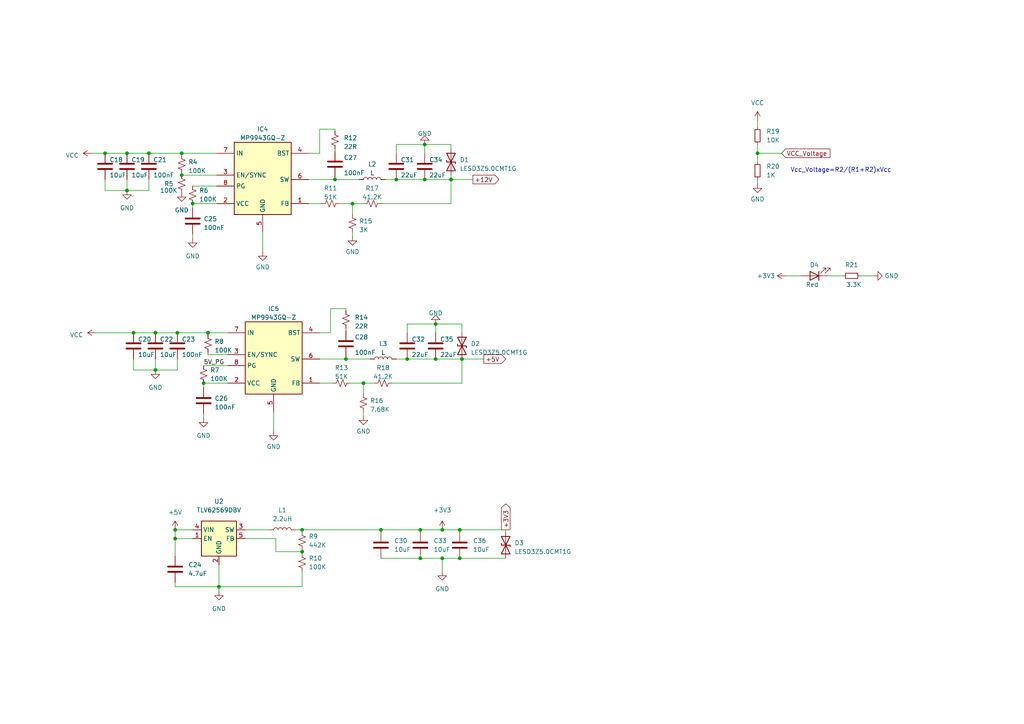
<source format=kicad_sch>
(kicad_sch (version 20231120) (generator "eeschema") (generator_version "8.0")
  (paper "A4")
  (lib_symbols
    (symbol "Device:C" (pin_numbers hide) (pin_names (offset 0.254))
      (property "Reference" "C" (at 0.635 2.54 0))
      (property "Value" "C" (at 0.635 -2.54 0))
      (symbol "C_0_1"
        (polyline (pts (xy -2.032 -0.762) (xy 2.032 -0.762)) (stroke (width 0.508)))
        (polyline (pts (xy -2.032 0.762) (xy 2.032 0.762)) (stroke (width 0.508)))
      )
      (symbol "C_1_1"
        (pin passive line (at 0 3.81 270) (length 2.794) (name "~") (number "1"))
        (pin passive line (at 0 -3.81 90) (length 2.794) (name "~") (number "2"))
      )
    )
    (symbol "Device:D_TVS" (pin_numbers hide) (pin_names (offset 1.016) hide)
      (property "Reference" "D" (at 0 2.54 0))
      (property "Value" "D_TVS" (at 0 -2.54 0))
      (symbol "D_TVS_0_1"
        (polyline (pts (xy 1.27 0) (xy -1.27 0)))
        (polyline (pts (xy 0.508 1.27) (xy 0 1.27) (xy 0 -1.27) (xy -0.508 -1.27)) (stroke (width 0.254)))
        (polyline (pts (xy -2.54 1.27) (xy -2.54 -1.27) (xy 2.54 1.27) (xy 2.54 -1.27) (xy -2.54 1.27)) (stroke (width 0.254)))
      )
      (symbol "D_TVS_1_1"
        (pin passive line (at -3.81 0 0) (length 2.54) (name "A1") (number "1"))
        (pin passive line (at 3.81 0 180) (length 2.54) (name "A2") (number "2"))
      )
    )
    (symbol "Device:L" (pin_numbers hide) (pin_names (offset 1.016) hide)
      (property "Reference" "L" (at -1.27 0 90))
      (property "Value" "L" (at 1.905 0 90))
      (symbol "L_0_1"
        (arc (start 0 -2.54) (mid 0.6323 -1.905) (end 0 -1.27))
        (arc (start 0 -1.27) (mid 0.6323 -0.635) (end 0 0))
        (arc (start 0 0) (mid 0.6323 0.635) (end 0 1.27))
        (arc (start 0 1.27) (mid 0.6323 1.905) (end 0 2.54))
      )
      (symbol "L_1_1"
        (pin passive line (at 0 3.81 270) (length 1.27) (name "1") (number "1"))
        (pin passive line (at 0 -3.81 90) (length 1.27) (name "2") (number "2"))
      )
    )
    (symbol "Device:LED" (pin_numbers hide) (pin_names (offset 1.016) hide)
      (property "Reference" "D" (at 0 2.54 0))
      (property "Value" "LED" (at 0 -2.54 0))
      (symbol "LED_0_1"
        (polyline (pts (xy -1.27 -1.27) (xy -1.27 1.27)) (stroke (width 0.254)))
        (polyline (pts (xy -1.27 0) (xy 1.27 0)))
        (polyline (pts (xy 1.27 -1.27) (xy 1.27 1.27) (xy -1.27 0) (xy 1.27 -1.27)) (stroke (width 0.254)))
        (polyline (pts (xy -3.048 -0.762) (xy -4.572 -2.286) (xy -3.81 -2.286) (xy -4.572 -2.286) (xy -4.572 -1.524)))
        (polyline (pts (xy -1.778 -0.762) (xy -3.302 -2.286) (xy -2.54 -2.286) (xy -3.302 -2.286) (xy -3.302 -1.524)))
      )
      (symbol "LED_1_1"
        (pin passive line (at -3.81 0 0) (length 2.54) (name "K") (number "1"))
        (pin passive line (at 3.81 0 180) (length 2.54) (name "A") (number "2"))
      )
    )
    (symbol "Device:R_Small" (pin_numbers hide) (pin_names (offset 0.254) hide)
      (property "Reference" "R" (at 0.762 0.508 0))
      (property "Value" "R_Small" (at 0.762 -1.016 0))
      (symbol "R_Small_0_1"
        (rectangle (start -0.762 1.778) (end 0.762 -1.778) (stroke (width 0.2032)))
      )
      (symbol "R_Small_1_1"
        (pin passive line (at 0 2.54 270) (length 0.762) (name "~") (number "1"))
        (pin passive line (at 0 -2.54 90) (length 0.762) (name "~") (number "2"))
      )
    )
    (symbol "Device:R_Small_US" (pin_numbers hide) (pin_names (offset 0.254) hide)
      (property "Reference" "R" (at 0.762 0.508 0))
      (property "Value" "R_Small_US" (at 0.762 -1.016 0))
      (symbol "R_Small_US_1_1"
        (polyline (pts (xy 0 0) (xy 1.016 -0.381) (xy 0 -0.762) (xy -1.016 -1.143) (xy 0 -1.524)))
        (polyline (pts (xy 0 1.524) (xy 1.016 1.143) (xy 0 0.762) (xy -1.016 0.381) (xy 0 0)))
        (pin passive line (at 0 2.54 270) (length 1.016) (name "~") (number "1"))
        (pin passive line (at 0 -2.54 90) (length 1.016) (name "~") (number "2"))
      )
    )
    (symbol "PCM_4ms_Power-symbol:GND" (power) (pin_names (offset 0))
      (property "Value" "GND" (at 0 -3.81 0))
      (symbol "GND_0_1"
        (polyline (pts (xy 0 0) (xy 0 -1.27) (xy 1.27 -1.27) (xy 0 -2.54) (xy -1.27 -1.27) (xy 0 -1.27)))
      )
      (symbol "GND_1_1"
        (pin power_in line (at 0 0 270) (length 0) hide (name "GND") (number "1"))
      )
    )
    (symbol "Power_System:MP9943GQ-Z"
      (property "Reference" "IC" (at 26.67 7.62 0))
      (property "Value" "MP9943GQ-Z" (at 26.67 5.08 0))
      (symbol "MP9943GQ-Z_1_1"
        (rectangle (start 5.08 2.54) (end 21.59 -18.415) (stroke (width 0.254)) (fill (type background)))
        (pin passive line (at 26.67 -15.24 180) (length 5.08) (name "FB") (number "1"))
        (pin passive line (at 0 -15.24 0) (length 5.08) (name "VCC") (number "2"))
        (pin passive line (at 0 -6.985 0) (length 5.08) (name "EN/SYNC") (number "3"))
        (pin passive line (at 26.67 -0.635 180) (length 5.08) (name "BST") (number "4"))
        (pin passive line (at 13.335 -23.495 90) (length 5.08) (name "GND") (number "5"))
        (pin passive line (at 26.67 -8.255 180) (length 5.08) (name "SW") (number "6"))
        (pin passive line (at 0 -0.635 0) (length 5.08) (name "IN") (number "7"))
        (pin passive line (at 0 -10.16 0) (length 5.08) (name "PG") (number "8"))
      )
    )
    (symbol "Regulator_Switching:TLV62569DBV"
      (property "Reference" "U" (at -5.08 6.35 0))
      (property "Value" "TLV62569DBV" (at 0 6.35 0))
      (symbol "TLV62569DBV_0_1"
        (rectangle (start -5.08 5.08) (end 5.08 -5.08) (stroke (width 0.254)) (fill (type background)))
      )
      (symbol "TLV62569DBV_1_1"
        (pin input line (at -7.62 0 0) (length 2.54) (name "EN") (number "1"))
        (pin power_in line (at 0 -7.62 90) (length 2.54) (name "GND") (number "2"))
        (pin power_out line (at 7.62 2.54 180) (length 2.54) (name "SW") (number "3"))
        (pin power_in line (at -7.62 2.54 0) (length 2.54) (name "VIN") (number "4"))
        (pin input line (at 7.62 0 180) (length 2.54) (name "FB") (number "5"))
      )
    )
    (symbol "VCC_2" (power) (pin_names (offset 0))
      (property "Value" "VCC_2" (at 0 3.81 0))
      (symbol "VCC_2_0_1"
        (polyline (pts (xy -0.762 1.27) (xy 0 2.54)))
        (polyline (pts (xy 0 0) (xy 0 2.54)))
        (polyline (pts (xy 0 2.54) (xy 0.762 1.27)))
      )
      (symbol "VCC_2_1_1"
        (pin power_in line (at 0 0 90) (length 0) hide (name "VCC") (number "1"))
      )
    )
    (symbol "power:+3V3" (power) (pin_names (offset 0))
      (property "Value" "+3V3" (at 0 3.556 0))
      (symbol "+3V3_0_1"
        (polyline (pts (xy -0.762 1.27) (xy 0 2.54)))
        (polyline (pts (xy 0 0) (xy 0 2.54)))
        (polyline (pts (xy 0 2.54) (xy 0.762 1.27)))
      )
      (symbol "+3V3_1_1"
        (pin power_in line (at 0 0 90) (length 0) hide (name "+3V3") (number "1"))
      )
    )
    (symbol "power:+5V" (power) (pin_names (offset 0))
      (property "Value" "+5V" (at 0 3.556 0))
      (symbol "+5V_0_1"
        (polyline (pts (xy -0.762 1.27) (xy 0 2.54)))
        (polyline (pts (xy 0 0) (xy 0 2.54)))
        (polyline (pts (xy 0 2.54) (xy 0.762 1.27)))
      )
      (symbol "+5V_1_1"
        (pin power_in line (at 0 0 90) (length 0) hide (name "+5V") (number "1"))
      )
    )
    (symbol "power:GND" (power) (pin_names (offset 0))
      (property "Value" "GND" (at 0 -3.81 0))
      (symbol "GND_0_1"
        (polyline (pts (xy 0 0) (xy 0 -1.27) (xy 1.27 -1.27) (xy 0 -2.54) (xy -1.27 -1.27) (xy 0 -1.27)))
      )
      (symbol "GND_1_1"
        (pin power_in line (at 0 0 270) (length 0) hide (name "GND") (number "1"))
      )
    )
    (symbol "power:VCC" (power) (pin_names (offset 0))
      (property "Value" "VCC" (at 0 3.81 0))
      (symbol "VCC_0_1"
        (polyline (pts (xy -0.762 1.27) (xy 0 2.54)))
        (polyline (pts (xy 0 0) (xy 0 2.54)))
        (polyline (pts (xy 0 2.54) (xy 0.762 1.27)))
      )
      (symbol "VCC_1_1"
        (pin power_in line (at 0 0 90) (length 0) hide (name "VCC") (number "1"))
      )
    )
  )
  (junction (at 50.8 153.67))
  (junction (at 110.49 153.67))
  (junction (at 55.88 59.055))
  (junction (at 128.27 161.925))
  (junction (at 118.11 104.14))
  (junction (at 128.27 153.67))
  (junction (at 130.81 52.07))
  (junction (at 97.155 52.07))
  (junction (at 59.055 111.125))
  (junction (at 50.8 156.21))
  (junction (at 121.92 153.67))
  (junction (at 87.63 160.02))
  (junction (at 30.48 44.45))
  (junction (at 114.935 52.07))
  (junction (at 52.705 44.45))
  (junction (at 123.19 52.07))
  (junction (at 45.085 96.52))
  (junction (at 126.365 104.14))
  (junction (at 123.19 41.91))
  (junction (at 219.71 44.45))
  (junction (at 63.5 170.18))
  (junction (at 36.83 44.45))
  (junction (at 52.705 50.8))
  (junction (at 87.63 153.67))
  (junction (at 133.985 104.14))
  (junction (at 43.18 44.45))
  (junction (at 45.085 107.315))
  (junction (at 51.435 96.52))
  (junction (at 102.235 59.055))
  (junction (at 105.41 111.125))
  (junction (at 126.365 93.98))
  (junction (at 60.325 96.52))
  (junction (at 36.83 55.245))
  (junction (at 100.33 104.14))
  (junction (at 133.35 161.925))
  (junction (at 133.35 153.67))
  (junction (at 121.92 161.925))
  (junction (at 38.735 96.52))
  (wire (pts (xy 30.48 52.07) (xy 30.48 55.245)))
  (wire (pts (xy 80.01 156.21) (xy 80.01 160.02)))
  (wire (pts (xy 123.19 41.91) (xy 123.19 44.45)))
  (wire (pts (xy 97.155 51.435) (xy 97.155 52.07)))
  (wire (pts (xy 92.71 96.52) (xy 95.885 96.52)))
  (wire (pts (xy 52.705 50.8) (xy 62.865 50.8)))
  (wire (pts (xy 95.885 89.535) (xy 100.33 89.535)))
  (wire (pts (xy 59.055 111.125) (xy 59.055 112.395)))
  (wire (pts (xy 85.725 153.67) (xy 87.63 153.67)))
  (wire (pts (xy 110.49 153.67) (xy 121.92 153.67)))
  (wire (pts (xy 133.985 104.14) (xy 126.365 104.14)))
  (wire (pts (xy 128.27 153.67) (xy 133.35 153.67)))
  (wire (pts (xy 133.985 93.98) (xy 126.365 93.98)))
  (wire (pts (xy 121.92 153.67) (xy 128.27 153.67)))
  (wire (pts (xy 76.2 67.31) (xy 76.2 73.025)))
  (wire (pts (xy 95.885 96.52) (xy 95.885 89.535)))
  (wire (pts (xy 60.325 102.235) (xy 60.325 102.87)))
  (wire (pts (xy 52.705 44.45) (xy 52.705 45.085)))
  (wire (pts (xy 50.8 156.21) (xy 50.8 161.29)))
  (wire (pts (xy 130.81 52.07) (xy 137.16 52.07)))
  (wire (pts (xy 100.33 103.505) (xy 100.33 104.14)))
  (wire (pts (xy 240.03 80.01) (xy 244.475 80.01)))
  (wire (pts (xy 97.155 43.18) (xy 97.155 43.815)))
  (wire (pts (xy 63.5 170.18) (xy 87.63 170.18)))
  (wire (pts (xy 89.535 59.055) (xy 93.345 59.055)))
  (wire (pts (xy 43.18 44.45) (xy 52.705 44.45)))
  (wire (pts (xy 45.085 107.315) (xy 51.435 107.315)))
  (wire (pts (xy 27.94 96.52) (xy 38.735 96.52)))
  (wire (pts (xy 51.435 96.52) (xy 60.325 96.52)))
  (wire (pts (xy 59.055 106.045) (xy 66.04 106.045)))
  (wire (pts (xy 92.71 111.125) (xy 96.52 111.125)))
  (wire (pts (xy 133.35 153.67) (xy 146.685 153.67)))
  (wire (pts (xy 118.11 104.14) (xy 114.935 104.14)))
  (wire (pts (xy 45.085 96.52) (xy 51.435 96.52)))
  (wire (pts (xy 104.14 52.07) (xy 97.155 52.07)))
  (wire (pts (xy 92.71 37.465) (xy 97.155 37.465)))
  (wire (pts (xy 126.365 104.14) (xy 118.11 104.14)))
  (wire (pts (xy 227.965 80.01) (xy 232.41 80.01)))
  (wire (pts (xy 43.18 52.07) (xy 43.18 55.245)))
  (wire (pts (xy 36.83 44.45) (xy 43.18 44.45)))
  (wire (pts (xy 133.985 96.52) (xy 133.985 93.98)))
  (wire (pts (xy 126.365 93.98) (xy 126.365 96.52)))
  (wire (pts (xy 110.49 59.055) (xy 130.81 59.055)))
  (wire (pts (xy 130.81 50.8) (xy 130.81 52.07)))
  (wire (pts (xy 36.83 52.07) (xy 36.83 55.245)))
  (wire (pts (xy 121.92 161.925) (xy 128.27 161.925)))
  (wire (pts (xy 107.315 104.14) (xy 100.33 104.14)))
  (wire (pts (xy 130.81 52.07) (xy 123.19 52.07)))
  (wire (pts (xy 60.325 96.52) (xy 66.04 96.52)))
  (wire (pts (xy 87.63 170.18) (xy 87.63 165.735)))
  (wire (pts (xy 101.6 111.125) (xy 105.41 111.125)))
  (wire (pts (xy 97.155 37.465) (xy 97.155 38.1)))
  (wire (pts (xy 133.985 111.125) (xy 133.985 104.14)))
  (wire (pts (xy 71.12 156.21) (xy 80.01 156.21)))
  (wire (pts (xy 52.705 44.45) (xy 62.865 44.45)))
  (wire (pts (xy 130.81 59.055) (xy 130.81 52.07)))
  (wire (pts (xy 123.19 52.07) (xy 114.935 52.07)))
  (wire (pts (xy 102.235 59.055) (xy 102.235 62.23)))
  (wire (pts (xy 146.685 153.67) (xy 146.685 154.305)))
  (wire (pts (xy 128.27 161.925) (xy 133.35 161.925)))
  (wire (pts (xy 59.055 121.285) (xy 59.055 120.015)))
  (wire (pts (xy 87.63 160.02) (xy 87.63 160.655)))
  (wire (pts (xy 50.8 156.21) (xy 55.88 156.21)))
  (wire (pts (xy 92.71 44.45) (xy 92.71 37.465)))
  (wire (pts (xy 105.41 111.125) (xy 105.41 114.3)))
  (wire (pts (xy 249.555 80.01) (xy 253.365 80.01)))
  (wire (pts (xy 133.35 153.67) (xy 133.35 154.305)))
  (wire (pts (xy 60.325 96.52) (xy 60.325 97.155)))
  (wire (pts (xy 30.48 55.245) (xy 36.83 55.245)))
  (wire (pts (xy 60.325 102.87) (xy 66.04 102.87)))
  (wire (pts (xy 80.01 160.02) (xy 87.63 160.02)))
  (wire (pts (xy 110.49 161.925) (xy 121.92 161.925)))
  (wire (pts (xy 114.935 52.07) (xy 111.76 52.07)))
  (wire (pts (xy 100.33 95.25) (xy 100.33 95.885)))
  (wire (pts (xy 123.19 41.91) (xy 130.81 41.91)))
  (wire (pts (xy 102.235 59.055) (xy 105.41 59.055)))
  (wire (pts (xy 98.425 59.055) (xy 102.235 59.055)))
  (wire (pts (xy 219.71 44.45) (xy 219.71 46.99)))
  (wire (pts (xy 100.33 89.535) (xy 100.33 90.17)))
  (wire (pts (xy 50.8 170.18) (xy 63.5 170.18)))
  (wire (pts (xy 63.5 163.83) (xy 63.5 170.18)))
  (wire (pts (xy 87.63 153.67) (xy 87.63 154.305)))
  (wire (pts (xy 87.63 153.67) (xy 110.49 153.67)))
  (wire (pts (xy 89.535 44.45) (xy 92.71 44.45)))
  (wire (pts (xy 118.11 93.98) (xy 126.365 93.98)))
  (wire (pts (xy 87.63 159.385) (xy 87.63 160.02)))
  (wire (pts (xy 51.435 104.14) (xy 51.435 107.315)))
  (wire (pts (xy 114.935 44.45) (xy 114.935 41.91)))
  (wire (pts (xy 26.67 44.45) (xy 30.48 44.45)))
  (wire (pts (xy 38.735 96.52) (xy 45.085 96.52)))
  (wire (pts (xy 52.705 50.165) (xy 52.705 50.8)))
  (wire (pts (xy 38.735 107.315) (xy 45.085 107.315)))
  (wire (pts (xy 55.88 69.215) (xy 55.88 67.945)))
  (wire (pts (xy 59.055 111.125) (xy 66.04 111.125)))
  (wire (pts (xy 55.88 59.055) (xy 55.88 60.325)))
  (wire (pts (xy 114.935 41.91) (xy 123.19 41.91)))
  (wire (pts (xy 133.35 161.925) (xy 146.685 161.925)))
  (wire (pts (xy 50.8 168.91) (xy 50.8 170.18)))
  (wire (pts (xy 45.085 104.14) (xy 45.085 107.315)))
  (wire (pts (xy 219.71 41.91) (xy 219.71 44.45)))
  (wire (pts (xy 219.71 52.07) (xy 219.71 53.34)))
  (wire (pts (xy 71.12 153.67) (xy 78.105 153.67)))
  (wire (pts (xy 102.235 68.58) (xy 102.235 67.31)))
  (wire (pts (xy 219.71 34.925) (xy 219.71 36.83)))
  (wire (pts (xy 36.83 55.245) (xy 43.18 55.245)))
  (wire (pts (xy 92.71 104.14) (xy 100.33 104.14)))
  (wire (pts (xy 50.8 156.21) (xy 50.8 153.67)))
  (wire (pts (xy 113.665 111.125) (xy 133.985 111.125)))
  (wire (pts (xy 38.735 104.14) (xy 38.735 107.315)))
  (wire (pts (xy 219.71 44.45) (xy 226.695 44.45)))
  (wire (pts (xy 105.41 120.65) (xy 105.41 119.38)))
  (wire (pts (xy 55.88 59.055) (xy 62.865 59.055)))
  (wire (pts (xy 105.41 111.125) (xy 108.585 111.125)))
  (wire (pts (xy 50.8 153.67) (xy 55.88 153.67)))
  (wire (pts (xy 121.92 153.67) (xy 121.92 154.305)))
  (wire (pts (xy 79.375 119.38) (xy 79.375 125.095)))
  (wire (pts (xy 128.27 161.925) (xy 128.27 165.735)))
  (wire (pts (xy 55.88 53.975) (xy 62.865 53.975)))
  (wire (pts (xy 110.49 153.67) (xy 110.49 154.305)))
  (wire (pts (xy 133.985 104.14) (xy 140.335 104.14)))
  (wire (pts (xy 30.48 44.45) (xy 36.83 44.45)))
  (wire (pts (xy 63.5 171.45) (xy 63.5 170.18)))
  (wire (pts (xy 130.81 41.91) (xy 130.81 43.18)))
  (wire (pts (xy 118.11 96.52) (xy 118.11 93.98)))
  (wire (pts (xy 89.535 52.07) (xy 97.155 52.07)))
  (text "Vcc_Voltage=R2/(R1+R2)xVcc" (at 229.235 50.165 0) (effects (font (size 1.27 1.27)) (justify left bottom)))
  (label "5V_PG" (at 59.055 106.045 0))
  (global_label "+3V3" (shape output) (at 146.685 153.67 90) (property "Intersheetrefs" "${INTERSHEET_REFS}" (effects (hide yes))))
  (global_label "+12V" (shape output) (at 137.16 52.07 0) (property "Intersheetrefs" "${INTERSHEET_REFS}" (effects (hide yes))))
  (global_label "+5V" (shape output) (at 140.335 104.14 0) (property "Intersheetrefs" "${INTERSHEET_REFS}" (effects (hide yes))))
  (global_label "VCC_Voltage" (shape input) (at 226.695 44.45 0) (property "Intersheetrefs" "${INTERSHEET_REFS}" (effects (hide yes))))
  (symbol (lib_id "Device:C") (at 38.735 100.33 0) (unit 1)
    (property "Reference" "C20" (at 40.005 98.425 0) (effects (justify left)))
    (property "Value" "10uF" (at 40.005 102.87 0) (effects (justify left)))
    (property "Footprint" "Capacitor_SMD:C_0603_1608Metric" (effects (hide yes)))
  )
  (symbol (lib_id "Device:C") (at 123.19 48.26 0) (unit 1)
    (property "Reference" "C34" (at 124.46 46.355 0) (effects (justify left)))
    (property "Value" "22uF" (at 124.46 50.8 0) (effects (justify left)))
    (property "Footprint" "Capacitor_SMD:C_0805_2012Metric" (effects (hide yes)))
  )
  (symbol (lib_id "Device:LED") (at 236.22 80.01 180) (unit 1)
    (property "Reference" "D4" (at 236.22 76.835 0))
    (property "Value" "Red" (at 235.585 82.55 0))
    (property "Footprint" "LED_SMD:LED_0402_1005Metric" (effects (hide yes)))
  )
  (symbol (lib_id "Device:R_Small_US") (at 111.125 111.125 90) (unit 1)
    (property "Reference" "R18" (at 111.125 106.68 90))
    (property "Value" "41.2K" (at 111.125 109.22 90))
    (property "Footprint" "Resistor_SMD:R_0402_1005Metric" (effects (hide yes)))
  )
  (symbol (lib_id "PCM_4ms_Power-symbol:GND") (at 36.83 55.245 0) (unit 1)
    (property "Reference" "#PWR028" (effects (hide yes)))
    (property "Value" "GND" (at 36.83 60.325 0))
  )
  (symbol (lib_id "Device:R_Small_US") (at 102.235 64.77 0) (unit 1)
    (property "Reference" "R15" (at 104.14 64.135 0) (effects (justify left)))
    (property "Value" "3K" (at 104.14 66.675 0) (effects (justify left)))
    (property "Footprint" "Resistor_SMD:R_0402_1005Metric" (effects (hide yes)))
  )
  (symbol (lib_id "Device:C") (at 126.365 100.33 0) (unit 1)
    (property "Reference" "C35" (at 127.635 98.425 0) (effects (justify left)))
    (property "Value" "22uF" (at 127.635 102.87 0) (effects (justify left)))
    (property "Footprint" "Capacitor_SMD:C_0805_2012Metric" (effects (hide yes)))
  )
  (symbol (lib_id "Device:R_Small_US") (at 100.33 92.71 0) (unit 1)
    (property "Reference" "R14" (at 102.87 92.075 0) (effects (justify left)))
    (property "Value" "22R" (at 102.87 94.615 0) (effects (justify left)))
    (property "Footprint" "Resistor_SMD:R_0402_1005Metric" (effects (hide yes)))
  )
  (symbol (lib_id "Regulator_Switching:TLV62569DBV") (at 63.5 156.21 0) (unit 1)
    (property "Reference" "U2" (at 63.5 145.415 0))
    (property "Value" "TLV62569DBV" (at 63.5 147.955 0))
    (property "Footprint" "Package_TO_SOT_SMD:SOT-23-5" (effects (hide yes)))
    (property "Datasheet" "http://www.ti.com/lit/ds/symlink/tlv62569.pdf" (effects (hide yes)))
  )
  (symbol (lib_id "Device:C") (at 114.935 48.26 0) (unit 1)
    (property "Reference" "C31" (at 116.205 46.355 0) (effects (justify left)))
    (property "Value" "22uF" (at 116.205 50.8 0) (effects (justify left)))
    (property "Footprint" "Capacitor_SMD:C_0805_2012Metric" (effects (hide yes)))
  )
  (symbol (lib_id "PCM_4ms_Power-symbol:GND") (at 123.19 41.91 180) (unit 1)
    (property "Reference" "#PWR048" (effects (hide yes)))
    (property "Value" "GND" (at 123.19 38.735 0))
  )
  (symbol (lib_id "Device:R_Small_US") (at 99.06 111.125 90) (unit 1)
    (property "Reference" "R13" (at 99.06 106.68 90))
    (property "Value" "51K" (at 99.06 109.22 90))
    (property "Footprint" "Resistor_SMD:R_0402_1005Metric" (effects (hide yes)))
  )
  (symbol (lib_id "Device:R_Small_US") (at 105.41 116.84 0) (unit 1)
    (property "Reference" "R16" (at 107.315 116.205 0) (effects (justify left)))
    (property "Value" "7.68K" (at 107.315 118.745 0) (effects (justify left)))
    (property "Footprint" "Resistor_SMD:R_0402_1005Metric" (effects (hide yes)))
  )
  (symbol (lib_id "Device:R_Small") (at 219.71 39.37 0) (unit 1)
    (property "Reference" "R19" (at 222.25 38.0999 0) (effects (justify left)))
    (property "Value" "10K" (at 222.25 40.6399 0) (effects (justify left)))
    (property "Footprint" "Resistor_SMD:R_0402_1005Metric" (effects (hide yes)))
  )
  (symbol (lib_id "Power_System:MP9943GQ-Z") (at 62.865 43.815 0) (unit 1)
    (property "Reference" "IC4" (at 76.2 37.465 0))
    (property "Value" "MP9943GQ-Z" (at 76.2 40.005 0))
    (property "Footprint" "Power_System:MP9943GQZ" (effects (hide yes)))
    (property "Datasheet" "https://www.monolithicpower.com/jp/documentview/productdocument/index/version/2/document_type/Datasheet/lang/en/sku/MP9943/document_id/865/" (effects (hide yes)))
    (property "Height" "1" (effects (hide yes)))
    (property "Manufacturer_Name" "Monolithic Power Systems (MPS)" (effects (hide yes)))
    (property "Manufacturer_Part_Number" "MP9943GQ-Z" (effects (hide yes)))
    (property "Mouser Part Number" "946-MP9943GQ-Z" (effects (hide yes)))
    (property "Mouser Price/Stock" "https://www.mouser.co.uk/ProductDetail/Monolithic-Power-Systems-MPS/MP9943GQ-Z?qs=493kPxzlxfKVcyEndxwGRg%3D%3D" (effects (hide yes)))
  )
  (symbol (lib_name "VCC_2") (lib_id "power:VCC") (at 27.94 96.52 90) (unit 1)
    (property "Reference" "#PWR027" (effects (hide yes)))
    (property "Value" "VCC" (at 24.13 97.155 90) (effects (justify left)))
  )
  (symbol (lib_id "Device:R_Small_US") (at 55.88 56.515 0) (unit 1)
    (property "Reference" "R6" (at 57.785 55.245 0) (effects (justify left)))
    (property "Value" "100K" (at 57.785 57.785 0) (effects (justify left)))
    (property "Footprint" "Resistor_SMD:R_0402_1005Metric" (effects (hide yes)))
  )
  (symbol (lib_id "power:+3V3") (at 227.965 80.01 90) (unit 1)
    (property "Reference" "#PWR054" (effects (hide yes)))
    (property "Value" "+3V3" (at 224.79 80.01 90) (effects (justify left)))
  )
  (symbol (lib_id "Device:D_TVS") (at 130.81 46.99 90) (unit 1)
    (property "Reference" "D1" (at 133.35 46.355 90) (effects (justify right)))
    (property "Value" "LESD3Z5.0CMT1G" (at 133.35 48.895 90) (effects (justify right)))
    (property "Footprint" "Diode_SMD:D_SOD-323" (effects (hide yes)))
  )
  (symbol (lib_id "power:GND") (at 63.5 171.45 0) (unit 1)
    (property "Reference" "#PWR056" (effects (hide yes)))
    (property "Value" "GND" (at 63.5 176.53 0))
  )
  (symbol (lib_id "Device:R_Small_US") (at 52.705 47.625 0) (unit 1)
    (property "Reference" "R4" (at 54.61 46.99 0) (effects (justify left)))
    (property "Value" "100K" (at 54.61 49.53 0) (effects (justify left)))
    (property "Footprint" "Resistor_SMD:R_0402_1005Metric" (effects (hide yes)))
  )
  (symbol (lib_id "Device:C") (at 118.11 100.33 0) (unit 1)
    (property "Reference" "C32" (at 119.38 98.425 0) (effects (justify left)))
    (property "Value" "22uF" (at 119.38 102.87 0) (effects (justify left)))
    (property "Footprint" "Capacitor_SMD:C_0805_2012Metric" (effects (hide yes)))
  )
  (symbol (lib_id "Device:C") (at 97.155 47.625 0) (unit 1)
    (property "Reference" "C27" (at 99.695 45.72 0) (effects (justify left)))
    (property "Value" "100nF" (at 99.695 50.165 0) (effects (justify left)))
    (property "Footprint" "Capacitor_SMD:C_0402_1005Metric_Pad0.74x0.62mm_HandSolder" (effects (hide yes)))
  )
  (symbol (lib_id "power:GND") (at 219.71 53.34 0) (unit 1)
    (property "Reference" "#PWR053" (effects (hide yes)))
    (property "Value" "GND" (at 219.71 57.785 0))
  )
  (symbol (lib_id "PCM_4ms_Power-symbol:GND") (at 76.2 73.025 0) (unit 1)
    (property "Reference" "#PWR044" (effects (hide yes)))
    (property "Value" "GND" (at 76.2 77.47 0))
  )
  (symbol (lib_id "PCM_4ms_Power-symbol:GND") (at 105.41 120.65 0) (unit 1)
    (property "Reference" "#PWR047" (effects (hide yes)))
    (property "Value" "GND" (at 105.41 125.095 0))
  )
  (symbol (lib_id "Device:C") (at 50.8 165.1 0) (unit 1)
    (property "Reference" "C24" (at 54.61 163.8299 0) (effects (justify left)))
    (property "Value" "4.7uF" (at 54.61 166.3699 0) (effects (justify left)))
    (property "Footprint" "Capacitor_SMD:C_0402_1005Metric_Pad0.74x0.62mm_HandSolder" (effects (hide yes)))
  )
  (symbol (lib_id "PCM_4ms_Power-symbol:GND") (at 102.235 68.58 0) (unit 1)
    (property "Reference" "#PWR046" (effects (hide yes)))
    (property "Value" "GND" (at 102.235 73.025 0))
  )
  (symbol (lib_id "Device:R_Small_US") (at 87.63 163.195 0) (unit 1)
    (property "Reference" "R10" (at 89.535 161.9249 0) (effects (justify left)))
    (property "Value" "100K" (at 89.535 164.4649 0) (effects (justify left)))
    (property "Footprint" "Resistor_SMD:R_0402_1005Metric" (effects (hide yes)))
  )
  (symbol (lib_id "power:+3V3") (at 128.27 153.67 0) (unit 1)
    (property "Reference" "#PWR050" (effects (hide yes)))
    (property "Value" "+3V3" (at 128.27 147.955 0))
  )
  (symbol (lib_id "Device:C") (at 30.48 48.26 0) (unit 1)
    (property "Reference" "C18" (at 31.75 46.355 0) (effects (justify left)))
    (property "Value" "10uF" (at 31.75 50.8 0) (effects (justify left)))
    (property "Footprint" "Capacitor_SMD:C_0603_1608Metric" (effects (hide yes)))
  )
  (symbol (lib_id "Device:R_Small_US") (at 97.155 40.64 0) (unit 1)
    (property "Reference" "R12" (at 99.695 40.005 0) (effects (justify left)))
    (property "Value" "22R" (at 99.695 42.545 0) (effects (justify left)))
    (property "Footprint" "Resistor_SMD:R_0402_1005Metric" (effects (hide yes)))
  )
  (symbol (lib_id "Device:C") (at 100.33 99.695 0) (unit 1)
    (property "Reference" "C28" (at 102.87 97.79 0) (effects (justify left)))
    (property "Value" "100nF" (at 102.87 102.235 0) (effects (justify left)))
    (property "Footprint" "Capacitor_SMD:C_0402_1005Metric_Pad0.74x0.62mm_HandSolder" (effects (hide yes)))
  )
  (symbol (lib_id "Device:L") (at 111.125 104.14 90) (unit 1)
    (property "Reference" "L3" (at 111.125 99.695 90))
    (property "Value" "L" (at 111.125 102.235 90))
    (property "Footprint" "Inductor_SMD:L_Sunlord_MWSA0402S" (effects (hide yes)))
  )
  (symbol (lib_id "Device:R_Small_US") (at 95.885 59.055 90) (unit 1)
    (property "Reference" "R11" (at 95.885 54.61 90))
    (property "Value" "51K" (at 95.885 57.15 90))
    (property "Footprint" "Resistor_SMD:R_0402_1005Metric" (effects (hide yes)))
  )
  (symbol (lib_id "power:+5V") (at 50.8 153.67 0) (unit 1)
    (property "Reference" "#PWR039" (effects (hide yes)))
    (property "Value" "+5V" (at 50.8 148.59 0))
  )
  (symbol (lib_id "Device:R_Small_US") (at 52.705 53.34 0) (unit 1)
    (property "Reference" "R5" (at 47.625 53.34 0) (effects (justify left)))
    (property "Value" "100K" (at 46.355 55.245 0) (effects (justify left)))
    (property "Footprint" "Resistor_SMD:R_0402_1005Metric" (effects (hide yes)))
  )
  (symbol (lib_id "PCM_4ms_Power-symbol:GND") (at 45.085 107.315 0) (unit 1)
    (property "Reference" "#PWR038" (effects (hide yes)))
    (property "Value" "GND" (at 45.085 112.395 0))
  )
  (symbol (lib_id "Device:R_Small_US") (at 107.95 59.055 90) (unit 1)
    (property "Reference" "R17" (at 107.95 54.61 90))
    (property "Value" "41.2K" (at 107.95 57.15 90))
    (property "Footprint" "Resistor_SMD:R_0402_1005Metric" (effects (hide yes)))
  )
  (symbol (lib_id "Power_System:MP9943GQ-Z") (at 66.04 95.885 0) (unit 1)
    (property "Reference" "IC5" (at 79.375 89.535 0))
    (property "Value" "MP9943GQ-Z" (at 79.375 92.075 0))
    (property "Footprint" "Power_System:MP9943GQZ" (effects (hide yes)))
    (property "Datasheet" "https://www.monolithicpower.com/jp/documentview/productdocument/index/version/2/document_type/Datasheet/lang/en/sku/MP9943/document_id/865/" (effects (hide yes)))
    (property "Height" "1" (effects (hide yes)))
    (property "Manufacturer_Name" "Monolithic Power Systems (MPS)" (effects (hide yes)))
    (property "Manufacturer_Part_Number" "MP9943GQ-Z" (effects (hide yes)))
    (property "Mouser Part Number" "946-MP9943GQ-Z" (effects (hide yes)))
    (property "Mouser Price/Stock" "https://www.mouser.co.uk/ProductDetail/Monolithic-Power-Systems-MPS/MP9943GQ-Z?qs=493kPxzlxfKVcyEndxwGRg%3D%3D" (effects (hide yes)))
  )
  (symbol (lib_id "PCM_4ms_Power-symbol:GND") (at 52.705 55.88 0) (unit 1)
    (property "Reference" "#PWR040" (effects (hide yes)))
    (property "Value" "GND" (at 52.705 60.96 0))
  )
  (symbol (lib_name "VCC_2") (lib_id "power:VCC") (at 26.67 44.45 90) (unit 1)
    (property "Reference" "#PWR026" (effects (hide yes)))
    (property "Value" "VCC" (at 22.86 45.085 90) (effects (justify left)))
  )
  (symbol (lib_id "Device:R_Small_US") (at 59.055 108.585 0) (unit 1)
    (property "Reference" "R7" (at 60.96 107.315 0) (effects (justify left)))
    (property "Value" "100K" (at 60.96 109.855 0) (effects (justify left)))
    (property "Footprint" "Resistor_SMD:R_0402_1005Metric" (effects (hide yes)))
  )
  (symbol (lib_id "Device:C") (at 43.18 48.26 0) (unit 1)
    (property "Reference" "C21" (at 44.45 46.355 0) (effects (justify left)))
    (property "Value" "100nF" (at 44.45 50.8 0) (effects (justify left)))
    (property "Footprint" "Capacitor_SMD:C_0402_1005Metric" (effects (hide yes)))
  )
  (symbol (lib_id "power:VCC") (at 219.71 34.925 0) (unit 1)
    (property "Reference" "#PWR052" (effects (hide yes)))
    (property "Value" "VCC" (at 219.71 29.845 0))
  )
  (symbol (lib_id "Device:L") (at 107.95 52.07 90) (unit 1)
    (property "Reference" "L2" (at 107.95 47.625 90))
    (property "Value" "L" (at 107.95 50.165 90))
    (property "Footprint" "Inductor_SMD:L_Sunlord_MWSA0402S" (effects (hide yes)))
  )
  (symbol (lib_id "Device:D_TVS") (at 133.985 100.33 90) (unit 1)
    (property "Reference" "D2" (at 136.525 99.695 90) (effects (justify right)))
    (property "Value" "LESD3Z5.0CMT1G" (at 136.525 102.235 90) (effects (justify right)))
    (property "Footprint" "Diode_SMD:D_SOD-323" (effects (hide yes)))
  )
  (symbol (lib_id "PCM_4ms_Power-symbol:GND") (at 79.375 125.095 0) (unit 1)
    (property "Reference" "#PWR045" (effects (hide yes)))
    (property "Value" "GND" (at 79.375 129.54 0))
  )
  (symbol (lib_id "Device:R_Small") (at 247.015 80.01 90) (unit 1)
    (property "Reference" "R21" (at 247.015 76.835 90))
    (property "Value" "3.3K" (at 247.65 82.55 90))
    (property "Footprint" "Resistor_SMD:R_0402_1005Metric" (effects (hide yes)))
  )
  (symbol (lib_id "Device:R_Small_US") (at 87.63 156.845 0) (unit 1)
    (property "Reference" "R9" (at 89.535 155.5749 0) (effects (justify left)))
    (property "Value" "442K" (at 89.535 158.1149 0) (effects (justify left)))
    (property "Footprint" "Resistor_SMD:R_0402_1005Metric" (effects (hide yes)))
  )
  (symbol (lib_id "Device:C") (at 55.88 64.135 0) (unit 1)
    (property "Reference" "C25" (at 59.055 63.5 0) (effects (justify left)))
    (property "Value" "100nF" (at 59.055 66.04 0) (effects (justify left)))
    (property "Footprint" "Capacitor_SMD:C_0402_1005Metric" (effects (hide yes)))
  )
  (symbol (lib_id "PCM_4ms_Power-symbol:GND") (at 126.365 93.98 180) (unit 1)
    (property "Reference" "#PWR049" (effects (hide yes)))
    (property "Value" "GND" (at 126.365 90.805 0))
  )
  (symbol (lib_id "Device:C") (at 45.085 100.33 0) (unit 1)
    (property "Reference" "C22" (at 46.355 98.425 0) (effects (justify left)))
    (property "Value" "10uF" (at 46.355 102.87 0) (effects (justify left)))
    (property "Footprint" "Capacitor_SMD:C_0603_1608Metric" (effects (hide yes)))
  )
  (symbol (lib_id "Device:D_TVS") (at 146.685 158.115 90) (unit 1)
    (property "Reference" "D3" (at 149.225 157.48 90) (effects (justify right)))
    (property "Value" "LESD3Z5.0CMT1G" (at 149.225 160.02 90) (effects (justify right)))
    (property "Footprint" "Diode_SMD:D_SOD-323" (effects (hide yes)))
  )
  (symbol (lib_id "Device:C") (at 121.92 158.115 0) (unit 1)
    (property "Reference" "C33" (at 125.73 156.8449 0) (effects (justify left)))
    (property "Value" "10uF" (at 125.73 159.3849 0) (effects (justify left)))
    (property "Footprint" "Capacitor_SMD:C_0402_1005Metric_Pad0.74x0.62mm_HandSolder" (effects (hide yes)))
  )
  (symbol (lib_id "PCM_4ms_Power-symbol:GND") (at 55.88 69.215 0) (unit 1)
    (property "Reference" "#PWR041" (effects (hide yes)))
    (property "Value" "GND" (at 55.88 74.295 0))
  )
  (symbol (lib_id "Device:C") (at 133.35 158.115 0) (unit 1)
    (property "Reference" "C36" (at 137.16 156.8449 0) (effects (justify left)))
    (property "Value" "10uF" (at 137.16 159.3849 0) (effects (justify left)))
    (property "Footprint" "Capacitor_SMD:C_0402_1005Metric_Pad0.74x0.62mm_HandSolder" (effects (hide yes)))
  )
  (symbol (lib_id "Device:C") (at 51.435 100.33 0) (unit 1)
    (property "Reference" "C23" (at 52.705 98.425 0) (effects (justify left)))
    (property "Value" "100nF" (at 52.705 102.87 0) (effects (justify left)))
    (property "Footprint" "Capacitor_SMD:C_0402_1005Metric" (effects (hide yes)))
  )
  (symbol (lib_id "Device:R_Small") (at 219.71 49.53 0) (unit 1)
    (property "Reference" "R20" (at 222.25 48.2599 0) (effects (justify left)))
    (property "Value" "1K" (at 222.25 50.7999 0) (effects (justify left)))
    (property "Footprint" "Resistor_SMD:R_0402_1005Metric" (effects (hide yes)))
  )
  (symbol (lib_id "Device:C") (at 36.83 48.26 0) (unit 1)
    (property "Reference" "C19" (at 38.1 46.355 0) (effects (justify left)))
    (property "Value" "10uF" (at 38.1 50.8 0) (effects (justify left)))
    (property "Footprint" "Capacitor_SMD:C_0603_1608Metric" (effects (hide yes)))
  )
  (symbol (lib_id "Device:L") (at 81.915 153.67 90) (unit 1)
    (property "Reference" "L1" (at 81.915 147.955 90))
    (property "Value" "2.2uH" (at 81.915 150.495 90))
    (property "Footprint" "Inductor_SMD:L_Murata_DFE201610P" (effects (hide yes)))
  )
  (symbol (lib_id "Device:R_Small_US") (at 60.325 99.695 0) (unit 1)
    (property "Reference" "R8" (at 62.23 99.06 0) (effects (justify left)))
    (property "Value" "100K" (at 62.23 101.6 0) (effects (justify left)))
    (property "Footprint" "Resistor_SMD:R_0402_1005Metric" (effects (hide yes)))
  )
  (symbol (lib_id "Device:C") (at 110.49 158.115 0) (unit 1)
    (property "Reference" "C30" (at 114.3 156.8449 0) (effects (justify left)))
    (property "Value" "10uF" (at 114.3 159.3849 0) (effects (justify left)))
    (property "Footprint" "Capacitor_SMD:C_0402_1005Metric_Pad0.74x0.62mm_HandSolder" (effects (hide yes)))
  )
  (symbol (lib_id "power:GND") (at 253.365 80.01 90) (unit 1)
    (property "Reference" "#PWR055" (effects (hide yes)))
    (property "Value" "GND" (at 256.54 80.0099 90) (effects (justify right)))
  )
  (symbol (lib_id "power:GND") (at 128.27 165.735 0) (unit 1)
    (property "Reference" "#PWR051" (effects (hide yes)))
    (property "Value" "GND" (at 128.27 170.815 0))
  )
  (symbol (lib_id "PCM_4ms_Power-symbol:GND") (at 59.055 121.285 0) (unit 1)
    (property "Reference" "#PWR042" (effects (hide yes)))
    (property "Value" "GND" (at 59.055 126.365 0))
  )
  (symbol (lib_id "Device:C") (at 59.055 116.205 0) (unit 1)
    (property "Reference" "C26" (at 62.23 115.57 0) (effects (justify left)))
    (property "Value" "100nF" (at 62.23 118.11 0) (effects (justify left)))
    (property "Footprint" "Capacitor_SMD:C_0402_1005Metric" (effects (hide yes)))
  )
)
</source>
